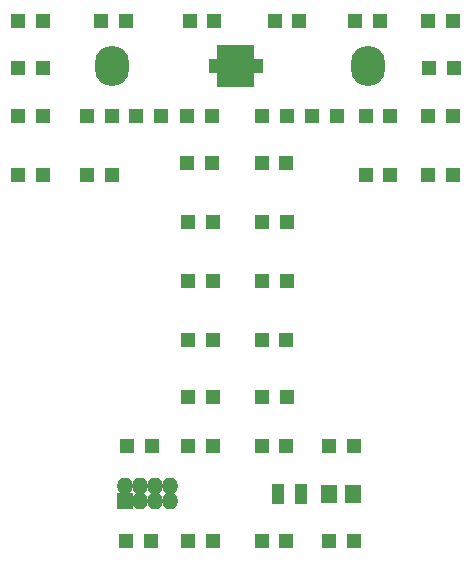
<source format=gbr>
G04 #@! TF.GenerationSoftware,KiCad,Pcbnew,(5.0.0)*
G04 #@! TF.CreationDate,2019-06-08T12:39:54-04:00*
G04 #@! TF.ProjectId,Tiny-er T,54696E792D657220542E6B696361645F,rev?*
G04 #@! TF.SameCoordinates,Original*
G04 #@! TF.FileFunction,Soldermask,Top*
G04 #@! TF.FilePolarity,Negative*
%FSLAX46Y46*%
G04 Gerber Fmt 4.6, Leading zero omitted, Abs format (unit mm)*
G04 Created by KiCad (PCBNEW (5.0.0)) date 06/08/19 12:39:54*
%MOMM*%
%LPD*%
G01*
G04 APERTURE LIST*
%ADD10R,1.200000X1.300000*%
%ADD11R,1.100000X1.700000*%
%ADD12O,2.900000X3.400000*%
%ADD13R,1.400000X1.400000*%
%ADD14O,1.400000X1.400000*%
%ADD15R,2.400000X1.400000*%
%ADD16R,1.250000X0.700000*%
%ADD17R,0.700000X1.250000*%
%ADD18R,1.400000X1.650000*%
G04 APERTURE END LIST*
D10*
G04 #@! TO.C,D1*
X91600000Y-91000000D03*
X93700000Y-91000000D03*
G04 #@! TD*
G04 #@! TO.C,D2*
X91600000Y-86000000D03*
X93700000Y-86000000D03*
G04 #@! TD*
G04 #@! TO.C,D3*
X91600000Y-82000000D03*
X93700000Y-82000000D03*
G04 #@! TD*
G04 #@! TO.C,D4*
X91600000Y-78000000D03*
X93700000Y-78000000D03*
G04 #@! TD*
G04 #@! TO.C,D5*
X98600000Y-78000000D03*
X100700000Y-78000000D03*
G04 #@! TD*
G04 #@! TO.C,D6*
X106100000Y-78000000D03*
X108200000Y-78000000D03*
G04 #@! TD*
G04 #@! TO.C,D7*
X113300000Y-78000000D03*
X115400000Y-78000000D03*
G04 #@! TD*
G04 #@! TO.C,D8*
X120100000Y-78000000D03*
X122200000Y-78000000D03*
G04 #@! TD*
G04 #@! TO.C,D9*
X126300000Y-78000000D03*
X128400000Y-78000000D03*
G04 #@! TD*
G04 #@! TO.C,D10*
X126350000Y-82000000D03*
X128450000Y-82000000D03*
G04 #@! TD*
G04 #@! TO.C,D11*
X126300000Y-86000000D03*
X128400000Y-86000000D03*
G04 #@! TD*
G04 #@! TO.C,D12*
X126300000Y-91000000D03*
X128400000Y-91000000D03*
G04 #@! TD*
G04 #@! TO.C,D13*
X121000000Y-91000000D03*
X123100000Y-91000000D03*
G04 #@! TD*
G04 #@! TO.C,D14*
X121000000Y-86000000D03*
X123100000Y-86000000D03*
G04 #@! TD*
G04 #@! TO.C,D15*
X116500000Y-86000000D03*
X118600000Y-86000000D03*
G04 #@! TD*
G04 #@! TO.C,D16*
X112250000Y-86000000D03*
X114350000Y-86000000D03*
G04 #@! TD*
G04 #@! TO.C,D17*
X112200000Y-90000000D03*
X114300000Y-90000000D03*
G04 #@! TD*
G04 #@! TO.C,D18*
X112250000Y-95000000D03*
X114350000Y-95000000D03*
G04 #@! TD*
G04 #@! TO.C,D19*
X112250000Y-100000000D03*
X114350000Y-100000000D03*
G04 #@! TD*
G04 #@! TO.C,D20*
X112200000Y-105000000D03*
X114300000Y-105000000D03*
G04 #@! TD*
G04 #@! TO.C,D21*
X112200000Y-114000000D03*
X114300000Y-114000000D03*
G04 #@! TD*
G04 #@! TO.C,D22*
X117900000Y-114000000D03*
X120000000Y-114000000D03*
G04 #@! TD*
G04 #@! TO.C,D23*
X117900000Y-122000000D03*
X120000000Y-122000000D03*
G04 #@! TD*
G04 #@! TO.C,D24*
X112250000Y-109800000D03*
X114350000Y-109800000D03*
G04 #@! TD*
G04 #@! TO.C,D25*
X112200000Y-122000000D03*
X114300000Y-122000000D03*
G04 #@! TD*
G04 #@! TO.C,D26*
X105950000Y-122000000D03*
X108050000Y-122000000D03*
G04 #@! TD*
G04 #@! TO.C,D27*
X100700000Y-122000000D03*
X102800000Y-122000000D03*
G04 #@! TD*
G04 #@! TO.C,D28*
X100800000Y-114000000D03*
X102900000Y-114000000D03*
G04 #@! TD*
G04 #@! TO.C,D29*
X105950000Y-114000000D03*
X108050000Y-114000000D03*
G04 #@! TD*
G04 #@! TO.C,D30*
X105950000Y-109800000D03*
X108050000Y-109800000D03*
G04 #@! TD*
G04 #@! TO.C,D31*
X105950000Y-105000000D03*
X108050000Y-105000000D03*
G04 #@! TD*
G04 #@! TO.C,D32*
X105950000Y-100000000D03*
X108050000Y-100000000D03*
G04 #@! TD*
G04 #@! TO.C,D33*
X106000000Y-95000000D03*
X108100000Y-95000000D03*
G04 #@! TD*
G04 #@! TO.C,D34*
X105900000Y-90000000D03*
X108000000Y-90000000D03*
G04 #@! TD*
G04 #@! TO.C,D35*
X105900000Y-86000000D03*
X108000000Y-86000000D03*
G04 #@! TD*
G04 #@! TO.C,D36*
X101600000Y-86000000D03*
X103700000Y-86000000D03*
G04 #@! TD*
G04 #@! TO.C,D37*
X97450000Y-86000000D03*
X99550000Y-86000000D03*
G04 #@! TD*
G04 #@! TO.C,D38*
X97400000Y-91000000D03*
X99500000Y-91000000D03*
G04 #@! TD*
D11*
G04 #@! TO.C,R1*
X115500000Y-118000000D03*
X113600000Y-118000000D03*
G04 #@! TD*
D12*
G04 #@! TO.C,J1*
X99567000Y-81826100D03*
X121167000Y-81826100D03*
G04 #@! TD*
D13*
G04 #@! TO.C,J2*
X100660000Y-118600000D03*
D14*
X100660000Y-117330000D03*
X101930000Y-118600000D03*
X101930000Y-117330000D03*
X103200000Y-118600000D03*
X103200000Y-117330000D03*
X104470000Y-118600000D03*
X104470000Y-117330000D03*
G04 #@! TD*
D15*
G04 #@! TO.C,U2*
X110000000Y-81800000D03*
D16*
X108300000Y-82050000D03*
X108300000Y-81550000D03*
D17*
X108750000Y-80600000D03*
X109250000Y-80600000D03*
X109750000Y-80600000D03*
X110250000Y-80600000D03*
X110750000Y-80600000D03*
X111250000Y-80600000D03*
D16*
X111700000Y-81550000D03*
X111700000Y-82050000D03*
D17*
X111250000Y-83000000D03*
X110750000Y-83000000D03*
X110250000Y-83000000D03*
X109750000Y-83000000D03*
X109250000Y-83000000D03*
X108750000Y-83000000D03*
G04 #@! TD*
D18*
G04 #@! TO.C,C1*
X119900000Y-118000000D03*
X117900000Y-118000000D03*
G04 #@! TD*
M02*

</source>
